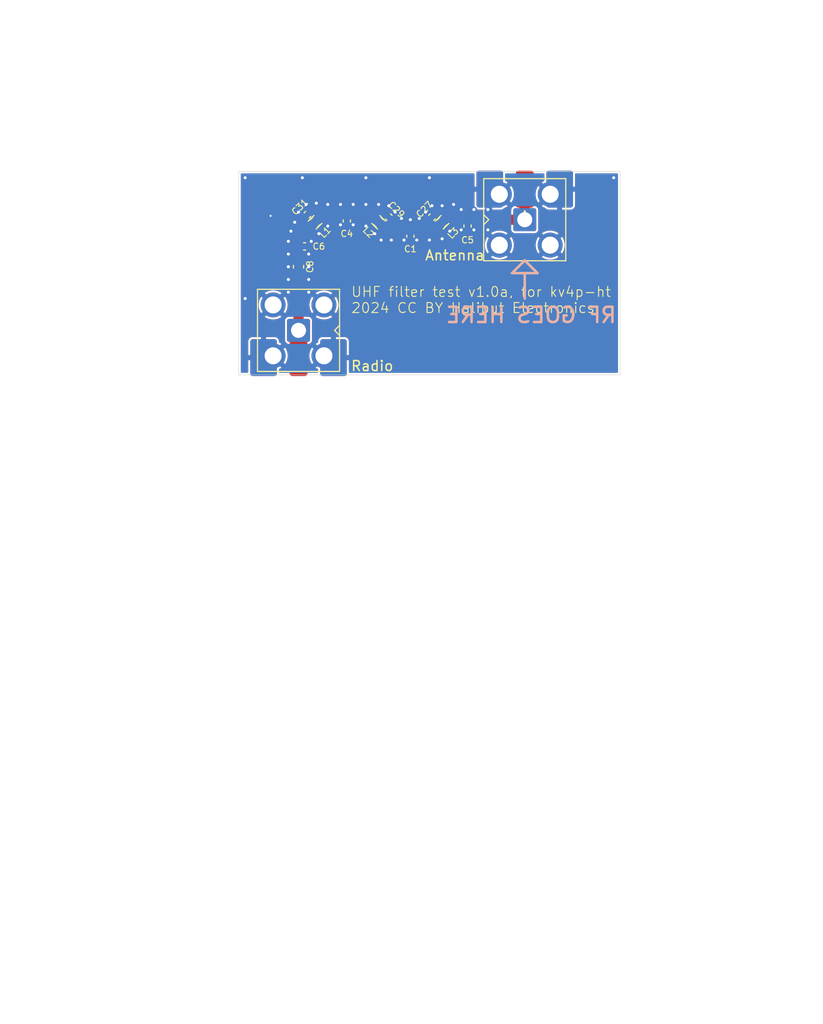
<source format=kicad_pcb>
(kicad_pcb (version 20240108) (generator "pcbnew") (generator_version "8.0")
  (title_block (title "kv4p HT") (date "2024-11-26") (rev "2.1a") (company "VanceVagell") (comment 1 "https://github.com/VanceVagell/kv4p-ht") (comment 2 "v2 hardware by @SmittyHalibut"))
  (layers (0 "F.Cu" signal) (1 "In1.Cu" signal) (2 "In2.Cu" signal) (31 "B.Cu" signal) (34 "B.Paste" user) (35 "F.Paste" user) (36 "B.SilkS" user "B.Silkscreen") (37 "F.SilkS" user "F.Silkscreen") (38 "B.Mask" user) (39 "F.Mask" user) (44 "Edge.Cuts" user))
  (net 0 "")
  (net 1 "GND")
  (net 2 "Net-(J3-In)")
  (net 3 "Net-(J1-In)")
  (net 4 "Net-(C1-Pad2)")
  (net 5 "Net-(C29-Pad2)")
  (net 6 "Net-(C31-Pad2)")
  (footprint "Connector_Coaxial:SMA_Amphenol_901-143_Horizontal" (layer "F.Cu") (at 132.969 79.375 180)
    (property "Reference" "J3" (hide yes))
    (property "Value" "Radio")
    (fp_line (start 4.1 -4.1) (end 4.1 4.1) (stroke (width 0.12)) (layer "F.SilkS"))
    (fp_line (start -3.6 0) (end -4.1 -0.5) (stroke (width 0.12)) (layer "F.SilkS"))
    (fp_line (start -4.1 4.1) (end 4.1 4.1) (stroke (width 0.12)) (layer "F.SilkS"))
    (fp_line (start -4.1 0.5) (end -3.6 0) (stroke (width 0.12)) (layer "F.SilkS"))
    (fp_line (start -4.1 -4.1) (end 4.1 -4.1) (stroke (width 0.12)) (layer "F.SilkS"))
    (fp_line (start -4.1 -4.1) (end -4.1 4.1) (stroke (width 0.12)) (layer "F.SilkS"))
    (pad "1" thru_hole roundrect (at 0 0 180) (size 2.3 2.3) (drill 1.5) (layers "*.Cu" "*.Mask") (roundrect_rratio 0.087) (net 2 "Net-(J3-In)"))
    (pad "2" thru_hole circle (at -2.54 -2.54 180) (size 2.5 2.5) (drill 1.7) (layers "*.Cu" "*.Mask") (net 1 "GND"))
    (pad "2" thru_hole circle (at -2.54 2.54 180) (size 2.5 2.5) (drill 1.7) (layers "*.Cu" "*.Mask") (net 1 "GND"))
    (pad "2" thru_hole circle (at 2.54 -2.54 180) (size 2.5 2.5) (drill 1.7) (layers "*.Cu" "*.Mask") (net 1 "GND"))
    (pad "2" thru_hole circle (at 2.54 2.54 180) (size 2.5 2.5) (drill 1.7) (layers "*.Cu" "*.Mask") (net 1 "GND"))
  )
  (footprint "Inductor_SMD:L_0603_1608Metric" (layer "F.Cu") (at 140.97 68.58 135)
    (property "Reference" "L2" (at 0 -1.43 135) (layer "F.SilkS") (effects (font (size 0.635 0.635) (thickness 0.1016))))
    (property "Value" "9.1nH")
    (fp_line (start -0.16278 -0.51) (end 0.16278 -0.51) (stroke (width 0.12)) (layer "F.SilkS"))
    (fp_line (start -0.16278 0.51) (end 0.16278 0.51) (stroke (width 0.12)) (layer "F.SilkS"))
    (pad "1" smd roundrect (at -0.787501 0 135) (size 0.875 0.95) (layers "F.Cu" "F.Paste" "F.Mask") (net 4 "Net-(C1-Pad2)"))
    (pad "2" smd roundrect (at 0.787501 0 135) (size 0.875 0.95) (layers "F.Cu" "F.Paste" "F.Mask") (net 5 "Net-(C29-Pad2)"))
  )
  (footprint "Inductor_SMD:L_0805_2012Metric" (layer "F.Cu") (at 140.97 68.58 135)
    (property "Reference" "L16" (hide yes))
    (property "Value" "~")
    (fp_line (start -0.399622 -0.56) (end 0.399622 -0.56) (stroke (width 0.12)) (layer "F.SilkS"))
    (fp_line (start -0.399622 0.56) (end 0.399622 0.56) (stroke (width 0.12)) (layer "F.SilkS"))
    (pad "1" smd roundrect (at -1.0625 0 135) (size 0.875 1.2) (layers "F.Cu" "F.Paste" "F.Mask") (net 4 "Net-(C1-Pad2)"))
    (pad "2" smd roundrect (at 1.0625 0 135) (size 0.875 1.2) (layers "F.Cu" "F.Paste" "F.Mask") (net 5 "Net-(C29-Pad2)"))
  )
  (footprint "Capacitor_SMD:C_0402_1005Metric" (layer "F.Cu") (at 137.795 68.453 90)
    (property "Reference" "C4" (at -1.27 0 180) (layer "F.SilkS") (effects (font (size 0.635 0.635) (thickness 0.1016))))
    (property "Value" "5.1pF")
    (fp_line (start -0.107836 -0.36) (end 0.107836 -0.36) (stroke (width 0.12)) (layer "F.SilkS"))
    (fp_line (start -0.107836 0.36) (end 0.107836 0.36) (stroke (width 0.12)) (layer "F.SilkS"))
    (pad "1" smd roundrect (at -0.48 0 90) (size 0.56 0.62) (layers "F.Cu" "F.Paste" "F.Mask") (net 1 "GND"))
    (pad "2" smd roundrect (at 0.48 0 90) (size 0.56 0.62) (layers "F.Cu" "F.Paste" "F.Mask") (net 5 "Net-(C29-Pad2)"))
  )
  (footprint "Inductor_SMD:L_0805_2012Metric" (layer "F.Cu") (at 147.32 68.58 -135)
    (property "Reference" "L3" (at 0 -1.550001 -135) (layer "F.SilkS") (effects (font (size 0.635 0.635) (thickness 0.1016))))
    (property "Value" "15nH")
    (fp_line (start -0.399622 0.56) (end 0.399622 0.56) (stroke (width 0.12)) (layer "F.SilkS"))
    (fp_line (start -0.399622 -0.56) (end 0.399622 -0.56) (stroke (width 0.12)) (layer "F.SilkS"))
    (pad "1" smd roundrect (at -1.0625 0 225) (size 0.875 1.2) (layers "F.Cu" "F.Paste" "F.Mask") (net 3 "Net-(J1-In)"))
    (pad "2" smd roundrect (at 1.0625 0 225) (size 0.875 1.2) (layers "F.Cu" "F.Paste" "F.Mask") (net 4 "Net-(C1-Pad2)"))
  )
  (footprint "Connector_Coaxial:SMA_Amphenol_901-143_Horizontal" (layer "F.Cu") (at 155.575 68.326)
    (property "Reference" "J1" (hide yes))
    (property "Value" "Antenna" (at -6.985 3.556 0) (layer "F.SilkS"))
    (fp_line (start -4.1 -4.1) (end -4.1 4.1) (stroke (width 0.12)) (layer "F.SilkS"))
    (fp_line (start -4.1 -4.1) (end 4.1 -4.1) (stroke (width 0.12)) (layer "F.SilkS"))
    (fp_line (start -4.1 0.5) (end -3.6 0) (stroke (width 0.12)) (layer "F.SilkS"))
    (fp_line (start -4.1 4.1) (end 4.1 4.1) (stroke (width 0.12)) (layer "F.SilkS"))
    (fp_line (start -3.6 0) (end -4.1 -0.5) (stroke (width 0.12)) (layer "F.SilkS"))
    (fp_line (start 4.1 -4.1) (end 4.1 4.1) (stroke (width 0.12)) (layer "F.SilkS"))
    (pad "1" thru_hole roundrect (at 0 0) (size 2.3 2.3) (drill 1.5) (layers "*.Cu" "*.Mask") (roundrect_rratio 0.087) (net 3 "Net-(J1-In)"))
    (pad "2" thru_hole circle (at -2.54 -2.54) (size 2.5 2.5) (drill 1.7) (layers "*.Cu" "*.Mask") (net 1 "GND"))
    (pad "2" thru_hole circle (at -2.54 2.54) (size 2.5 2.5) (drill 1.7) (layers "*.Cu" "*.Mask") (net 1 "GND"))
    (pad "2" thru_hole circle (at 2.54 -2.54) (size 2.5 2.5) (drill 1.7) (layers "*.Cu" "*.Mask") (net 1 "GND"))
    (pad "2" thru_hole circle (at 2.54 2.54) (size 2.5 2.5) (drill 1.7) (layers "*.Cu" "*.Mask") (net 1 "GND"))
  )
  (footprint "Connector_Coaxial:SMA_Molex_73251-2120_EdgeMount_Horizontal" (layer "F.Cu") (at 132.969 82.344 -90)
    (property "Reference" "J4" (hide yes))
    (property "Value" "SMA")
    (fp_line (start -2.9 0.25) (end -2.4 0) (stroke (width 0.12)) (layer "F.SilkS"))
    (fp_line (start -2.4 0) (end -2.9 -0.25) (stroke (width 0.12)) (layer "F.SilkS"))
    (fp_line (start -2.9 -0.25) (end -2.9 0.25) (stroke (width 0.12)) (layer "F.SilkS"))
    (pad "1" smd roundrect (at -0.25 0 270) (size 3.69 1.78) (layers "F.Cu" "F.Paste" "F.Mask") (roundrect_rratio 0.1404494382) (net 2 "Net-(J3-In)"))
    (pad "2" smd roundrect (at -0.25 -3.4925 270) (size 3.69 2.665) (layers "F.Cu" "F.Paste" "F.Mask") (roundrect_rratio 0.09380863039) (net 1 "GND"))
    (pad "2" smd roundrect (at -0.25 -3.4925 270) (size 3.69 2.665) (layers "B.Cu" "B.Paste" "B.Mask") (roundrect_rratio 0.09380863039) (net 1 "GND"))
    (pad "2" smd roundrect (at -0.25 3.4925 270) (size 3.69 2.665) (layers "F.Cu" "F.Paste" "F.Mask") (roundrect_rratio 0.09380863039) (net 1 "GND"))
    (pad "2" smd roundrect (at -0.25 3.4925 270) (size 3.69 2.665) (layers "B.Cu" "B.Paste" "B.Mask") (roundrect_rratio 0.09380863039) (net 1 "GND"))
  )
  (footprint "Capacitor_SMD:C_0402_1005Metric" (layer "F.Cu") (at 133.858 67.818 -135)
    (property "Reference" "C31" (at 0 1.077631 45) (layer "F.SilkS") (effects (font (size 0.635 0.635) (thickness 0.1016))))
    (property "Value" "3.6pF")
    (fp_line (start -0.107836 0.36) (end 0.107836 0.36) (stroke (width 0.12)) (layer "F.SilkS"))
    (fp_line (start -0.107836 -0.36) (end 0.107836 -0.36) (stroke (width 0.12)) (layer "F.SilkS"))
    (pad "1" smd roundrect (at -0.48 0 225) (size 0.56 0.62) (layers "F.Cu" "F.Paste" "F.Mask") (net 5 "Net-(C29-Pad2)"))
    (pad "2" smd roundrect (at 0.48 0 225) (size 0.56 0.62) (layers "F.Cu" "F.Paste" "F.Mask") (net 6 "Net-(C31-Pad2)"))
  )
  (footprint "Inductor_SMD:L_0603_1608Metric" (layer "F.Cu") (at 147.32 68.58 -135)
    (property "Reference" "L14" (hide yes))
    (property "Value" "~")
    (fp_line (start -0.16278 0.51) (end 0.16278 0.51) (stroke (width 0.12)) (layer "F.SilkS"))
    (fp_line (start -0.16278 -0.51) (end 0.16278 -0.51) (stroke (width 0.12)) (layer "F.SilkS"))
    (pad "1" smd roundrect (at -0.787501 0 225) (size 0.875 0.95) (layers "F.Cu" "F.Paste" "F.Mask") (net 3 "Net-(J1-In)"))
    (pad "2" smd roundrect (at 0.787501 0 225) (size 0.875 0.95) (layers "F.Cu" "F.Paste" "F.Mask") (net 4 "Net-(C1-Pad2)"))
  )
  (footprint "Capacitor_SMD:C_0603_1608Metric" (layer "F.Cu") (at 132.969 73.025 -90)
    (property "Reference" "C8" (at 0 -1.143 -90) (layer "F.SilkS") (effects (font (size 0.635 0.635) (thickness 0.1016))))
    (property "Value" "220pF Tuned UHF")
    (fp_line (start -0.14058 0.51) (end 0.14058 0.51) (stroke (width 0.12)) (layer "F.SilkS"))
    (fp_line (start -0.14058 -0.51) (end 0.14058 -0.51) (stroke (width 0.12)) (layer "F.SilkS"))
    (pad "1" smd roundrect (at -0.775 0 270) (size 0.9 0.95) (layers "F.Cu" "F.Paste" "F.Mask") (net 6 "Net-(C31-Pad2)"))
    (pad "2" smd roundrect (at 0.775 0 270) (size 0.9 0.95) (layers "F.Cu" "F.Paste" "F.Mask") (net 2 "Net-(J3-In)"))
  )
  (footprint "Inductor_SMD:L_0805_2012Metric" (layer "F.Cu") (at 134.62 68.58 -135)
    (property "Reference" "L18" (hide yes))
    (property "Value" "~")
    (fp_line (start -0.399622 0.56) (end 0.399622 0.56) (stroke (width 0.12)) (layer "F.SilkS"))
    (fp_line (start -0.399622 -0.56) (end 0.399622 -0.56) (stroke (width 0.12)) (layer "F.SilkS"))
    (pad "1" smd roundrect (at -1.0625 0 225) (size 0.875 1.2) (layers "F.Cu" "F.Paste" "F.Mask") (net 5 "Net-(C29-Pad2)"))
    (pad "2" smd roundrect (at 1.0625 0 225) (size 0.875 1.2) (layers "F.Cu" "F.Paste" "F.Mask") (net 6 "Net-(C31-Pad2)"))
  )
  (footprint "Capacitor_SMD:C_0402_1005Metric" (layer "F.Cu") (at 141.986 68.072 135)
    (property "Reference" "C29" (at 0 1.077631 135) (layer "F.SilkS") (effects (font (size 0.635 0.635) (thickness 0.1016))))
    (property "Value" "4.7pF")
    (fp_line (start -0.107836 -0.36) (end 0.107836 -0.36) (stroke (width 0.12)) (layer "F.SilkS"))
    (fp_line (start -0.107836 0.36) (end 0.107836 0.36) (stroke (width 0.12)) (layer "F.SilkS"))
    (pad "1" smd roundrect (at -0.48 0 135) (size 0.56 0.62) (layers "F.Cu" "F.Paste" "F.Mask") (net 4 "Net-(C1-Pad2)"))
    (pad "2" smd roundrect (at 0.48 0 135) (size 0.56 0.62) (layers "F.Cu" "F.Paste" "F.Mask") (net 5 "Net-(C29-Pad2)"))
  )
  (footprint "Inductor_SMD:L_0603_1608Metric" (layer "F.Cu") (at 134.62 68.58 -135)
    (property "Reference" "L1" (at 0 -1.43 -135) (layer "F.SilkS") (effects (font (size 0.635 0.635) (thickness 0.1016))))
    (property "Value" "9.1nH")
    (fp_line (start -0.16278 0.51) (end 0.16278 0.51) (stroke (width 0.12)) (layer "F.SilkS"))
    (fp_line (start -0.16278 -0.51) (end 0.16278 -0.51) (stroke (width 0.12)) (layer "F.SilkS"))
    (pad "1" smd roundrect (at -0.787501 0 225) (size 0.875 0.95) (layers "F.Cu" "F.Paste" "F.Mask") (net 5 "Net-(C29-Pad2)"))
    (pad "2" smd roundrect (at 0.787501 0 225) (size 0.875 0.95) (layers "F.Cu" "F.Paste" "F.Mask") (net 6 "Net-(C31-Pad2)"))
  )
  (footprint "Capacitor_SMD:C_0402_1005Metric" (layer "F.Cu") (at 144.145 69.977 90)
    (property "Reference" "C1" (at -1.27 0 180) (layer "F.SilkS") (effects (font (size 0.635 0.635) (thickness 0.1016))))
    (property "Value" "6.2pF")
    (fp_line (start -0.107836 -0.36) (end 0.107836 -0.36) (stroke (width 0.12)) (layer "F.SilkS"))
    (fp_line (start -0.107836 0.36) (end 0.107836 0.36) (stroke (width 0.12)) (layer "F.SilkS"))
    (pad "1" smd roundrect (at -0.48 0 90) (size 0.56 0.62) (layers "F.Cu" "F.Paste" "F.Mask") (net 1 "GND"))
    (pad "2" smd roundrect (at 0.48 0 90) (size 0.56 0.62) (layers "F.Cu" "F.Paste" "F.Mask") (net 4 "Net-(C1-Pad2)"))
  )
  (footprint "Capacitor_SMD:C_0402_1005Metric" (layer "F.Cu") (at 146.304 68.072 -135)
    (property "Reference" "C27" (at 0 1.077631 45) (layer "F.SilkS") (effects (font (size 0.635 0.635) (thickness 0.1016))))
    (property "Value" "0.9pF")
    (fp_line (start -0.107836 0.36) (end 0.107836 0.36) (stroke (width 0.12)) (layer "F.SilkS"))
    (fp_line (start -0.107836 -0.36) (end 0.107836 -0.36) (stroke (width 0.12)) (layer "F.SilkS"))
    (pad "1" smd roundrect (at -0.48 0 225) (size 0.56 0.62) (layers "F.Cu" "F.Paste" "F.Mask") (net 3 "Net-(J1-In)"))
    (pad "2" smd roundrect (at 0.48 0 225) (size 0.56 0.62) (layers "F.Cu" "F.Paste" "F.Mask") (net 4 "Net-(C1-Pad2)"))
  )
  (footprint "Capacitor_SMD:C_0402_1005Metric" (layer "F.Cu") (at 133.576 70.993 180)
    (property "Reference" "C6" (at -1.425 0 180) (layer "F.SilkS") (effects (font (size 0.635 0.635) (thickness 0.1016))))
    (property "Value" "1.6pF")
    (fp_line (start -0.107836 0.36) (end 0.107836 0.36) (stroke (width 0.12)) (layer "F.SilkS"))
    (fp_line (start -0.107836 -0.36) (end 0.107836 -0.36) (stroke (width 0.12)) (layer "F.SilkS"))
    (pad "1" smd roundrect (at -0.48 0 180) (size 0.56 0.62) (layers "F.Cu" "F.Paste" "F.Mask") (net 1 "GND"))
    (pad "2" smd roundrect (at 0.48 0 180) (size 0.56 0.62) (layers "F.Cu" "F.Paste" "F.Mask") (net 6 "Net-(C31-Pad2)"))
  )
  (footprint "Connector_Coaxial:SMA_Molex_73251-2120_EdgeMount_Horizontal" (layer "F.Cu") (at 155.575 65.024 90)
    (property "Reference" "J2" (hide yes))
    (property "Value" "SMA")
    (fp_line (start -2.9 -0.25) (end -2.9 0.25) (stroke (width 0.12)) (layer "F.SilkS"))
    (fp_line (start -2.4 0) (end -2.9 -0.25) (stroke (width 0.12)) (layer "F.SilkS"))
    (fp_line (start -2.9 0.25) (end -2.4 0) (stroke (width 0.12)) (layer "F.SilkS"))
    (pad "1" smd roundrect (at -0.25 0 90) (size 3.69 1.78) (layers "F.Cu" "F.Paste" "F.Mask") (roundrect_rratio 0.1404494382) (net 3 "Net-(J1-In)"))
    (pad "2" smd roundrect (at -0.25 -3.4925 90) (size 3.69 2.665) (layers "F.Cu" "F.Paste" "F.Mask") (roundrect_rratio 0.09380863039) (net 1 "GND"))
    (pad "2" smd roundrect (at -0.25 -3.4925 90) (size 3.69 2.665) (layers "B.Cu" "B.Paste" "B.Mask") (roundrect_rratio 0.09380863039) (net 1 "GND"))
    (pad "2" smd roundrect (at -0.25 3.4925 90) (size 3.69 2.665) (layers "F.Cu" "F.Paste" "F.Mask") (roundrect_rratio 0.09380863039) (net 1 "GND"))
    (pad "2" smd roundrect (at -0.25 3.4925 90) (size 3.69 2.665) (layers "B.Cu" "B.Paste" "B.Mask") (roundrect_rratio 0.09380863039) (net 1 "GND"))
  )
  (footprint "Capacitor_SMD:C_0402_1005Metric" (layer "F.Cu") (at 149.86 68.961 90)
    (property "Reference" "C5" (at -1.397 0 180) (layer "F.SilkS") (effects (font (size 0.635 0.635) (thickness 0.1016))))
    (property "Value" "3.3pF")
    (fp_line (start -0.107836 -0.36) (end 0.107836 -0.36) (stroke (width 0.12)) (layer "F.SilkS"))
    (fp_line (start -0.107836 0.36) (end 0.107836 0.36) (stroke (width 0.12)) (layer "F.SilkS"))
    (pad "1" smd roundrect (at -0.48 0 90) (size 0.56 0.62) (layers "F.Cu" "F.Paste" "F.Mask") (net 1 "GND"))
    (pad "2" smd roundrect (at 0.48 0 90) (size 0.56 0.62) (layers "F.Cu" "F.Paste" "F.Mask") (net 3 "Net-(J1-In)"))
  )
  (gr_line (start 155.575 72.39) (end 156.845 73.66) (stroke (width 0.254)) (layer "B.SilkS"))
  (gr_line (start 154.94 73.66) (end 154.305 73.66) (stroke (width 0.254)) (layer "B.SilkS"))
  (gr_line (start 154.305 73.66) (end 155.575 72.39) (stroke (width 0.254)) (layer "B.SilkS"))
  (gr_line (start 155.575 76.2) (end 155.575 73.66) (stroke (width 0.254)) (layer "B.SilkS"))
  (gr_line (start 156.845 73.66) (end 154.94 73.66) (stroke (width 0.254)) (layer "B.SilkS"))
  (gr_line (start 165.1 83.82) (end 165.1 63.5) (stroke (width 0.05)) (layer "Edge.Cuts"))
  (gr_line (start 165.1 63.5) (end 127 63.5) (stroke (width 0.05)) (layer "Edge.Cuts"))
  (gr_line (start 127 63.5) (end 127 83.82) (stroke (width 0.05)) (layer "Edge.Cuts"))
  (gr_line (start 165.1 83.82) (end 127 83.82) (stroke (width 0.05)) (layer "Edge.Cuts"))
  (gr_text "RF GOES HERE" (at 156.21 78.74 -0) (layer "B.SilkS") (effects (font (size 1.524 1.524) (thickness 0.254) (bold yes)) (justify bottom mirror)))
  (gr_text "Radio" (at 140.335 82.931 0) (layer "F.SilkS") (effects (font (size 1 1))))
  (gr_text "UHF filter test v1.0a, for kv4p-ht\n2024 CC BY Halibut Electronics\n" (at 138.176 77.724 0) (layer "F.SilkS") (effects (font (size 1 1) (thickness 0.1)) (justify left bottom)))
  (via (at 146.304 66.929) (size 0.6) (drill 0.3) (layers "F.Cu" "B.Cu") (net 1))
  (via (at 131.953 73.025) (size 0.6) (drill 0.3) (layers "F.Cu" "B.Cu") (net 1))
  (via (at 133.35 64.135) (size 0.6) (drill 0.3) (layers "F.Cu" "B.Cu") (net 1))
  (via (at 141.224 70.358) (size 0.6) (drill 0.3) (layers "F.Cu" "B.Cu") (net 1))
  (via (at 133.985 74.295) (size 0.6) (drill 0.3) (layers "F.Cu" "B.Cu") (net 1))
  (via (at 135.89 68.961) (size 0.6) (drill 0.3) (layers "F.Cu" "B.Cu") (net 1))
  (via (at 151.892 67.31) (size 0.6) (drill 0.3) (layers "F.Cu" "B.Cu") (net 1))
  (via (at 139.7 66.802) (size 0.6) (drill 0.3) (layers "F.Cu" "B.Cu") (net 1))
  (via (at 131.953 71.755) (size 0.6) (drill 0.3) (layers "F.Cu" "B.Cu") (net 1))
  (via (at 141.986 66.929) (size 0.6) (drill 0.3) (layers "F.Cu" "B.Cu") (net 1))
  (via (at 147.32 70.231) (size 0.6) (drill 0.3) (layers "F.Cu" "B.Cu") (net 1))
  (via (at 137.16 68.834) (size 0.6) (drill 0.3) (layers "F.Cu" "B.Cu") (net 1))
  (via (at 131.953 75.565) (size 0.6) (drill 0.3) (layers "F.Cu" "B.Cu") (net 1))
  (via (at 144.78 70.358) (size 0.6) (drill 0.3) (layers "F.Cu" "B.Cu") (net 1))
  (via (at 150.495 67.31) (size 0.6) (drill 0.3) (layers "F.Cu" "B.Cu") (net 1))
  (via (at 149.225 69.342) (size 0.6) (drill 0.3) (layers "F.Cu" "B.Cu") (net 1))
  (via (at 164.465 64.135) (size 0.6) (drill 0.3) (layers "F.Cu" "B.Cu") (net 1))
  (via (at 133.731 66.802) (size 0.6) (drill 0.3) (layers "F.Cu" "B.Cu") (net 1))
  (via (at 130.175 67.945) (size 0.45) (drill 0.2) (layers "F.Cu" "B.Cu") (net 1))
  (via (at 146.05 64.135) (size 0.6) (drill 0.3) (layers "F.Cu" "B.Cu") (net 1))
  (via (at 144.145 68.326) (size 0.6) (drill 0.3) (layers "F.Cu" "B.Cu") (net 1))
  (via (at 140.589 69.723) (size 0.6) (drill 0.3) (layers "F.Cu" "B.Cu") (net 1))
  (via (at 127.635 64.135) (size 0.6) (drill 0.3) (layers "F.Cu" "B.Cu") (net 1))
  (via (at 147.32 66.929) (size 0.6) (drill 0.3) (layers "F.Cu" "B.Cu") (net 1))
  (via (at 139.7 64.135) (size 0.6) (drill 0.3) (layers "F.Cu" "B.Cu") (net 1))
  (via (at 143.51 70.358) (size 0.6) (drill 0.3) (layers "F.Cu" "B.Cu") (net 1))
  (via (at 145.034 68.199) (size 0.6) (drill 0.3) (layers "F.Cu" "B.Cu") (net 1))
  (via (at 148.463 66.802) (size 0.6) (drill 0.3) (layers "F.Cu" "B.Cu") (net 1))
  (via (at 133.985 75.565) (size 0.6) (drill 0.3) (layers "F.Cu" "B.Cu") (net 1))
  (via (at 146.05 70.358) (size 0.6) (drill 0.3) (layers "F.Cu" "B.Cu") (net 1))
  (via (at 140.97 66.802) (size 0.6) (drill 0.3) (layers "F.Cu" "B.Cu") (net 1))
  (via (at 148.082 69.469) (size 0.6) (drill 0.3) (layers "F.Cu" "B.Cu") (net 1))
  (via (at 145.669 67.564) (size 0.6) (drill 0.3) (layers "F.Cu" "B.Cu") (net 1))
  (via (at 131.953 74.295) (size 0.6) (drill 0.3) (layers "F.Cu" "B.Cu") (net 1))
  (via (at 151.892 69.342) (size 0.6) (drill 0.3) (layers "F.Cu" "B.Cu") (net 1))
  (via (at 139.7 68.961) (size 0.6) (drill 0.3) (layers "F.Cu" "B.Cu") (net 1))
  (via (at 134.239 70.485) (size 0.6) (drill 0.3) (layers "F.Cu" "B.Cu") (net 1))
  (via (at 133.985 71.755) (size 0.6) (drill 0.3) (layers "F.Cu" "B.Cu") (net 1))
  (via (at 134.747 66.675) (size 0.6) (drill 0.3) (layers "F.Cu" "B.Cu") (net 1))
  (via (at 127.635 76.2) (size 0.6) (drill 0.3) (layers "F.Cu" "B.Cu") (net 1))
  (via (at 132.207 69.469) (size 0.6) (drill 0.3) (layers "F.Cu" "B.Cu") (net 1))
  (via (at 149.225 67.31) (size 0.6) (drill 0.3) (layers "F.Cu" "B.Cu") (net 1))
  (via (at 132.588 68.58) (size 0.6) (drill 0.3) (layers "F.Cu" "B.Cu") (net 1))
  (via (at 133.985 73.025) (size 0.6) (drill 0.3) (layers "F.Cu" "B.Cu") (net 1))
  (via (at 135.89 66.802) (size 0.6) (drill 0.3) (layers "F.Cu" "B.Cu") (net 1))
  (via (at 132.969 67.564) (size 0.6) (drill 0.3) (layers "F.Cu" "B.Cu") (net 1))
  (via (at 142.621 67.564) (size 0.6) (drill 0.3) (layers "F.Cu" "B.Cu") (net 1))
  (via (at 138.43 66.802) (size 0.6) (drill 0.3) (layers "F.Cu" "B.Cu") (net 1))
  (via (at 137.16 66.802) (size 0.6) (drill 0.3) (layers "F.Cu" "B.Cu") (net 1))
  (via (at 138.43 68.834) (size 0.6) (drill 0.3) (layers "F.Cu" "B.Cu") (net 1))
  (via (at 143.256 68.199) (size 0.6) (drill 0.3) (layers "F.Cu" "B.Cu") (net 1))
  (via (at 142.24 70.358) (size 0.6) (drill 0.3) (layers "F.Cu" "B.Cu") (net 1))
  (via (at 135.001 69.723) (size 0.6) (drill 0.3) (layers "F.Cu" "B.Cu") (net 1))
  (via (at 150.495 69.342) (size 0.6) (drill 0.3) (layers "F.Cu" "B.Cu") (net 1))
  (via (at 131.953 70.485) (size 0.6) (drill 0.3) (layers "F.Cu" "B.Cu") (net 1))
  (segment (start 132.969 73.8) (end 132.969 79.375) (width 1.016) (layer "F.Cu") (net 2))
  (segment (start 146.643411 67.732589) (end 147.586283 67.732589) (width 0.635) (layer "F.Cu") (net 3))
  (segment (start 148.568602 68.326) (end 148.071301 67.828699) (width 1.016) (layer "F.Cu") (net 3))
  (segment (start 155.575 68.326) (end 148.568602 68.326) (width 1.016) (layer "F.Cu") (net 3))
  (segment (start 147.586283 67.732589) (end 147.876847 68.023153) (width 0.635) (layer "F.Cu") (net 3))
  (segment (start 155.575 68.326) (end 155.575 65.274) (width 1.016) (layer "F.Cu") (net 3))
  (segment (start 141.721301 69.331301) (end 143.256 69.331301) (width 1.016) (layer "F.Cu") (net 4))
  (segment (start 145.923 69.331301) (end 146.568699 69.331301) (width 1.016) (layer "F.Cu") (net 4))
  (segment (start 142.325411 68.411411) (end 141.721301 69.015521) (width 0.635) (layer "F.Cu") (net 4))
  (segment (start 145.964589 68.411411) (end 146.568699 69.015521) (width 0.635) (layer "F.Cu") (net 4))
  (segment (start 143.256 69.331301) (end 145.923 69.331301) (width 1.016) (layer "F.Cu") (net 4))
  (segment (start 141.721301 69.015521) (end 141.721301 69.331301) (width 0.635) (layer "F.Cu") (net 4))
  (segment (start 146.568699 69.015521) (end 146.568699 69.331301) (width 0.635) (layer "F.Cu") (net 4))
  (segment (start 145.034 69.331301) (end 145.923 69.331301) (width 0.508) (layer "F.Cu") (net 4))
  (segment (start 143.256 69.331301) (end 142.325411 68.411411) (width 0.635) (layer "F.Cu") (net 4))
  (segment (start 145.964589 68.411411) (end 145.034 69.331301) (width 0.635) (layer "F.Cu") (net 4))
  (segment (start 135.021191 67.478589) (end 135.371301 67.828699) (width 0.508) (layer "F.Cu") (net 5))
  (segment (start 135.371301 67.828699) (end 140.218699 67.828699) (width 1.016) (layer "F.Cu") (net 5))
  (segment (start 134.197411 67.478589) (end 135.021191 67.478589) (width 0.635) (layer "F.Cu") (net 5))
  (segment (start 141.646589 67.732589) (end 140.314809 67.732589) (width 0.635) (layer "F.Cu") (net 5))
  (segment (start 134.632283 67.478589) (end 135.176847 68.023153) (width 0.635) (layer "F.Cu") (net 5))
  (segment (start 140.314809 67.732589) (end 140.218699 67.828699) (width 0.762) (layer "F.Cu") (net 5))
  (segment (start 134.197411 67.478589) (end 134.632283 67.478589) (width 0.635) (layer "F.Cu") (net 5))
  (segment (start 132.969 70.231) (end 133.868699 69.331301) (width 1.016) (layer "F.Cu") (net 6))
  (segment (start 133.518589 68.157411) (end 133.518589 68.58) (width 0.635) (layer "F.Cu") (net 6))
  (segment (start 133.518589 68.58) (end 133.518589 68.981191) (width 0.635) (layer "F.Cu") (net 6))
  (segment (start 133.518589 68.981191) (end 133.868699 69.331301) (width 0.508) (layer "F.Cu") (net 6))
  (segment (start 133.518589 68.592283) (end 134.063153 69.136847) (width 0.635) (layer "F.Cu") (net 6))
  (segment (start 133.518589 68.58) (end 133.518589 68.592283) (width 0.635) (layer "F.Cu") (net 6))
  (segment (start 132.969 72.25) (end 132.969 70.231) (width 1.016) (layer "F.Cu") (net 6))
  (zone (net 1) (net_name "GND") (layer "F.Cu") (priority 2) (connect_pads yes (clearance 0.224282)) (min_thickness 0.25) (fill yes (thermal_gap 0.5) (thermal_bridge_width 0.5))
    (polygon (pts (xy 131.445 75.311) (xy 135.255 75.311) (xy 135.255 71.12) (xy 150.241 71.12) (xy 150.622 69.342) (xy 156.337 69.342) (xy 156.337 67.818) (xy 149.987 67.818) (xy 149.987 65.405) (xy 131.445 65.405)))
  )
  (zone (net 0) (net_name "") (layers "F.Cu" "In1.Cu" "In2.Cu") (connect_pads (clearance 0)) (min_thickness 0.25)
    (keepout (tracks allowed) (vias allowed) (pads allowed) (copperpour not_allowed) (footprints allowed))
    (fill (thermal_gap 0.5) (thermal_bridge_width 0.5))
    (polygon (pts (xy 132.2324 74.8538) (xy 132.2324 75.6666) (xy 132.2324 80.4672) (xy 133.7056 80.4672) (xy 133.7056 75.7428) (xy 133.7056 74.803) (xy 133.7056 70.5358) (xy 134.0358 70.2056) (xy 134.2136 70.1548) (xy 135.8138 68.5546) (xy 139.8016 68.5546) (xy 141.3002 70.0532) (xy 141.5034 70.1802) (xy 141.732 70.1802) (xy 141.9606 70.0532) (xy 146.3548 70.0532) (xy 146.5326 70.1802) (xy 146.7358 70.2056) (xy 146.939 70.1294) (xy 148.0058 69.0626) (xy 156.083 69.0626) (xy 156.4132 68.707) (xy 156.4132 63.5) (xy 154.686 63.5) (xy 154.686 66.929) (xy 154.305 67.183) (xy 154.178 67.5894) (xy 148.8694 67.5894) (xy 148.1582 67.0052) (xy 147.955 66.9544) (xy 147.701 67.0306) (xy 147.5486 67.183) (xy 146.431 67.183) (xy 145.0086 68.6054) (xy 143.2814 68.6054) (xy 141.859 67.183) (xy 140.7414 67.183) (xy 140.5636 67.0052) (xy 140.335 66.9544) (xy 140.0048 67.1068) (xy 135.6106 67.1068) (xy 135.382 66.9798) (xy 135.1026 66.929) (xy 134.0104 66.929) (xy 132.969 67.9704) (xy 132.969 69.1896) (xy 132.4356 69.723) (xy 132.2324 70.1294)))
  )
  (zone (net 1) (net_name "GND") (layers "F.Cu" "In1.Cu" "In2.Cu" "B.Cu") (connect_pads yes (clearance 0.2)) (min_thickness 0.2) (fill yes (thermal_gap 0.2) (thermal_bridge_width 0.5))
    (polygon (pts (xy 127 63.5) (xy 165.1 63.5) (xy 165.1 86.995) (xy 127 86.995)))
  )
)
</source>
